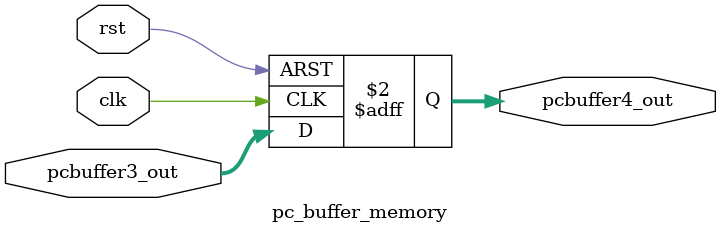
<source format=sv>
module pc_buffer_memory
(
    input  logic        clk,
    input  logic        rst,
    input  logic [31:0] pcbuffer3_out,       // Input from Execute stage
    output logic [31:0]  pcbuffer4_out       // Output to Writeback stage
);
    always_ff @(posedge clk or posedge rst)
    begin
        if (rst)
            pcbuffer4_out <= 32'b0;         // Reset value
        else
            pcbuffer4_out <= pcbuffer3_out;         // Pass PC to Writeback stage
    end
endmodule
</source>
